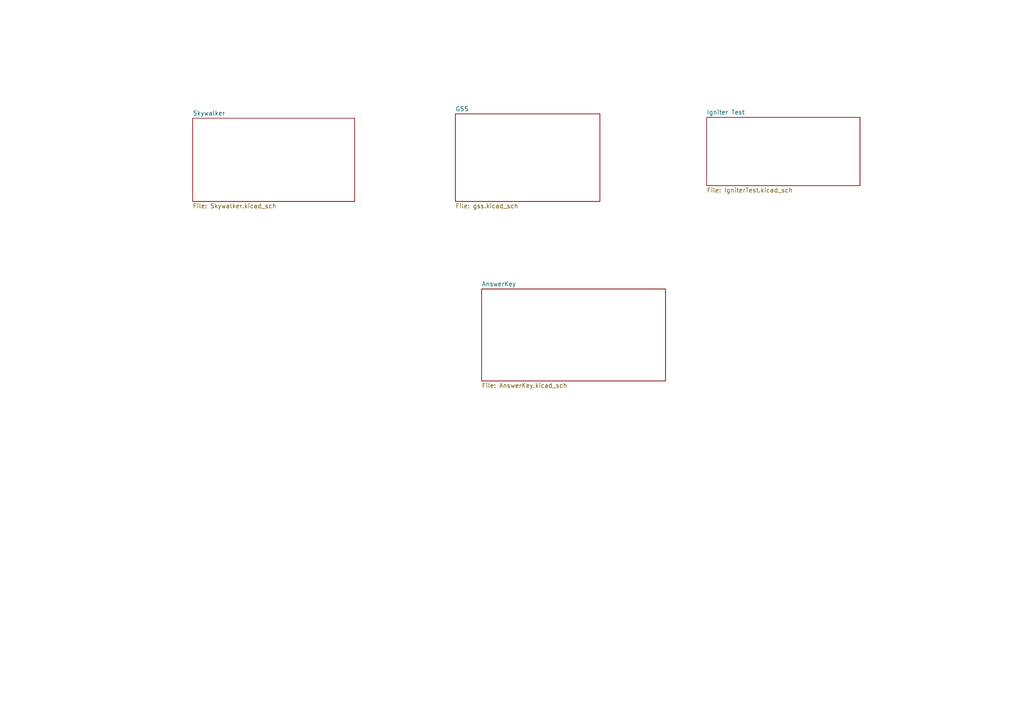
<source format=kicad_sch>
(kicad_sch
	(version 20231120)
	(generator "eeschema")
	(generator_version "8.0")
	(uuid "045f1f05-3134-4b6d-91b6-463031104f1e")
	(paper "A4")
	(lib_symbols)
	(sheet
		(at 204.978 34.036)
		(size 44.45 19.812)
		(fields_autoplaced yes)
		(stroke
			(width 0.1524)
			(type solid)
		)
		(fill
			(color 0 0 0 0.0000)
		)
		(uuid "6a55bbd5-ed21-4b79-a194-d378f68dea1b")
		(property "Sheetname" "Igniter Test"
			(at 204.978 33.3244 0)
			(effects
				(font
					(size 1.27 1.27)
				)
				(justify left bottom)
			)
		)
		(property "Sheetfile" "IgniterTest.kicad_sch"
			(at 204.978 54.4326 0)
			(effects
				(font
					(size 1.27 1.27)
				)
				(justify left top)
			)
		)
		(instances
			(project "P_IDs"
				(path "/045f1f05-3134-4b6d-91b6-463031104f1e"
					(page "4")
				)
			)
		)
	)
	(sheet
		(at 139.7 83.82)
		(size 53.34 26.67)
		(fields_autoplaced yes)
		(stroke
			(width 0.1524)
			(type solid)
		)
		(fill
			(color 0 0 0 0.0000)
		)
		(uuid "8ff5724e-b29b-49c2-a1fa-190081404476")
		(property "Sheetname" "AnswerKey"
			(at 139.7 83.1084 0)
			(effects
				(font
					(size 1.27 1.27)
				)
				(justify left bottom)
			)
		)
		(property "Sheetfile" "AnswerKey.kicad_sch"
			(at 139.7 111.0746 0)
			(effects
				(font
					(size 1.27 1.27)
				)
				(justify left top)
			)
		)
		(instances
			(project "P_IDs"
				(path "/045f1f05-3134-4b6d-91b6-463031104f1e"
					(page "5")
				)
			)
		)
	)
	(sheet
		(at 132.08 33.02)
		(size 41.91 25.4)
		(fields_autoplaced yes)
		(stroke
			(width 0.1524)
			(type solid)
		)
		(fill
			(color 0 0 0 0.0000)
		)
		(uuid "b22dc67f-22e2-4992-8273-fe279f768d16")
		(property "Sheetname" "GSS"
			(at 132.08 32.3084 0)
			(effects
				(font
					(size 1.27 1.27)
				)
				(justify left bottom)
			)
		)
		(property "Sheetfile" "gss.kicad_sch"
			(at 132.08 59.0046 0)
			(effects
				(font
					(size 1.27 1.27)
				)
				(justify left top)
			)
		)
		(instances
			(project "P_IDs"
				(path "/045f1f05-3134-4b6d-91b6-463031104f1e"
					(page "3")
				)
			)
		)
	)
	(sheet
		(at 55.88 34.29)
		(size 46.99 24.13)
		(fields_autoplaced yes)
		(stroke
			(width 0.1524)
			(type solid)
		)
		(fill
			(color 0 0 0 0.0000)
		)
		(uuid "b2a44d31-f19b-434c-8a2d-23a7bd94dbba")
		(property "Sheetname" "Skywalker"
			(at 55.88 33.5784 0)
			(effects
				(font
					(size 1.27 1.27)
				)
				(justify left bottom)
			)
		)
		(property "Sheetfile" "Skywalker.kicad_sch"
			(at 55.88 59.0046 0)
			(effects
				(font
					(size 1.27 1.27)
				)
				(justify left top)
			)
		)
		(instances
			(project "P_IDs"
				(path "/045f1f05-3134-4b6d-91b6-463031104f1e"
					(page "2")
				)
			)
		)
	)
	(sheet_instances
		(path "/"
			(page "1")
		)
	)
)

</source>
